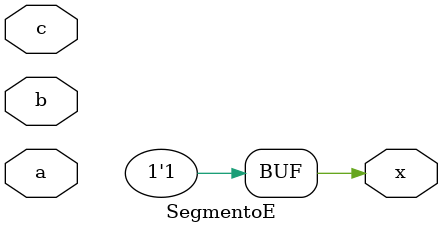
<source format=sv>
module SegmentoE(a,b,c,x);
   input a,b,c;
  output x;
  
  assign x=1;
  
endmodule
</source>
